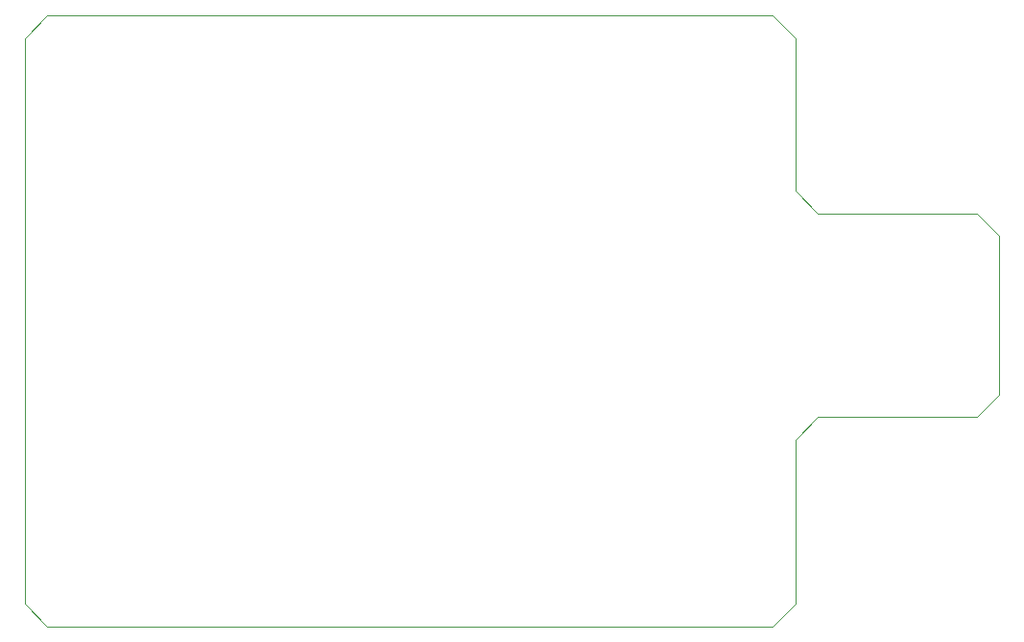
<source format=gbr>
%TF.GenerationSoftware,KiCad,Pcbnew,(5.1.6)-1*%
%TF.CreationDate,2020-06-24T23:25:01+02:00*%
%TF.ProjectId,phtodiode_adc,7068746f-6469-46f6-9465-5f6164632e6b,rev?*%
%TF.SameCoordinates,Original*%
%TF.FileFunction,Profile,NP*%
%FSLAX46Y46*%
G04 Gerber Fmt 4.6, Leading zero omitted, Abs format (unit mm)*
G04 Created by KiCad (PCBNEW (5.1.6)-1) date 2020-06-24 23:25:01*
%MOMM*%
%LPD*%
G01*
G04 APERTURE LIST*
%TA.AperFunction,Profile*%
%ADD10C,0.050000*%
%TD*%
G04 APERTURE END LIST*
D10*
X178000000Y-70500000D02*
X180000000Y-72500000D01*
X178000000Y-124500000D02*
X180000000Y-122500000D01*
X112000000Y-122500000D02*
X114000000Y-124500000D01*
X112000000Y-72500000D02*
X114000000Y-70500000D01*
X180000000Y-86000000D02*
X182000000Y-88000000D01*
X196000000Y-88000000D02*
X182000000Y-88000000D01*
X198000000Y-90000000D02*
X196000000Y-88000000D01*
X198000000Y-104000000D02*
X198000000Y-90000000D01*
X196000000Y-106000000D02*
X198000000Y-104000000D01*
X182000000Y-106000000D02*
X196000000Y-106000000D01*
X180000000Y-108000000D02*
X182000000Y-106000000D01*
X180000000Y-122500000D02*
X180000000Y-108000000D01*
X112000000Y-72500000D02*
X112000000Y-122500000D01*
X178000000Y-70500000D02*
X114000000Y-70500000D01*
X180000000Y-86000000D02*
X180000000Y-72500000D01*
X114000000Y-124500000D02*
X178000000Y-124500000D01*
M02*

</source>
